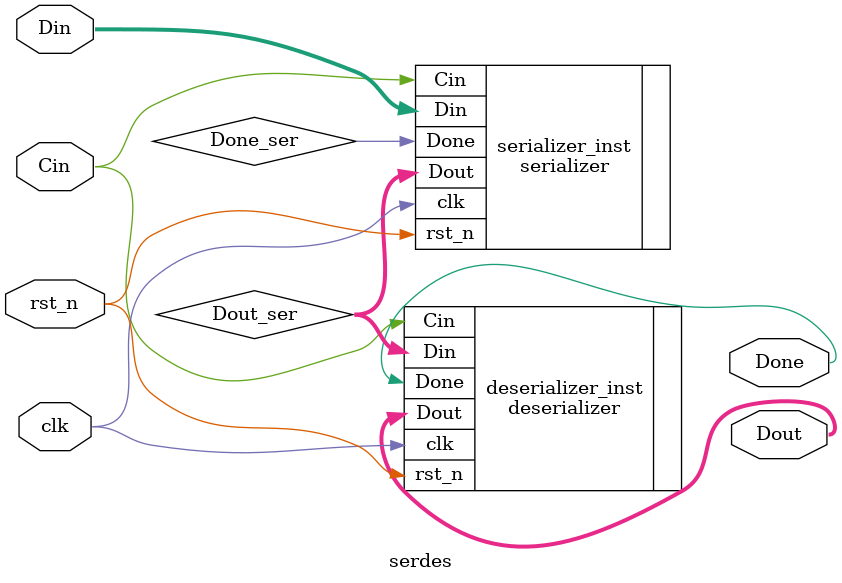
<source format=sv>
/*
*
*   Serializer -> deserializer loop for simulation
*
*/


module serdes (
    
    input   logic               clk,
    input   logic               rst_n,
    input   logic               Cin,
    input   logic   [31 : 0]    Din,

    output  logic   [31 : 0]    Dout,
    output  logic               Done

);

logic [7 : 0]Dout_ser;
logic Done_ser;

serializer serializer_inst (
    
    .clk(clk),
    .rst_n(rst_n),
    .Cin(Cin),
    .Din(Din),

    .Dout(Dout_ser),
    .Done(Done_ser)
 
);

deserializer deserializer_inst (
    
    .clk(clk),
    .rst_n(rst_n),
    .Cin(Cin),
    .Din(Dout_ser),

    .Dout(Dout),
    .Done(Done)
 
);


endmodule

</source>
